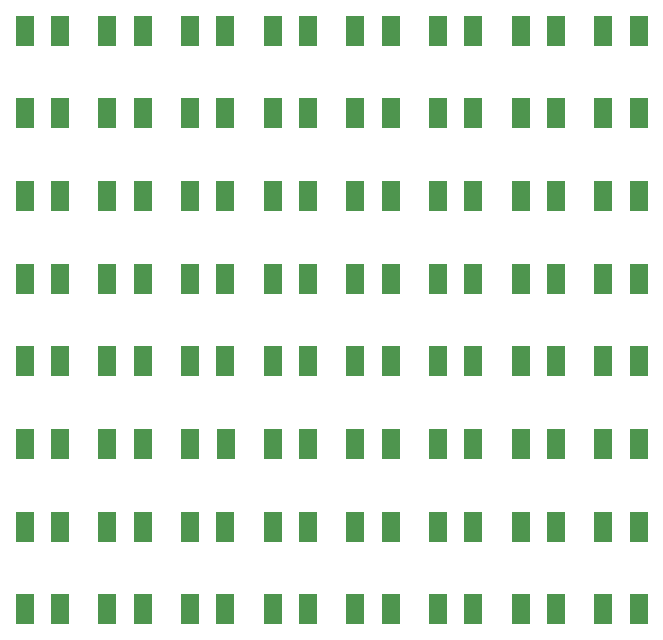
<source format=gbr>
%TF.GenerationSoftware,Altium Limited,Altium Designer,21.6.1 (37)*%
G04 Layer_Color=255*
%FSLAX43Y43*%
%MOMM*%
%TF.SameCoordinates,0B018110-BEA4-4537-A367-E08E1C829F5E*%
%TF.FilePolarity,Positive*%
%TF.FileFunction,Pads,Top*%
%TF.Part,Single*%
G01*
G75*
%TA.AperFunction,SMDPad,CuDef*%
%ADD10R,1.500X2.600*%
D10*
X32500Y10000D02*
D03*
X29500D02*
D03*
X1500Y52000D02*
D03*
X4500D02*
D03*
X11500D02*
D03*
X8500D02*
D03*
X15500D02*
D03*
X18500D02*
D03*
X25500D02*
D03*
X22500D02*
D03*
X29500D02*
D03*
X32500D02*
D03*
X39500D02*
D03*
X36500D02*
D03*
X43500D02*
D03*
X46500D02*
D03*
X53500D02*
D03*
X50500D02*
D03*
X1500Y45000D02*
D03*
X4500D02*
D03*
X11500D02*
D03*
X8500D02*
D03*
X15500D02*
D03*
X18500D02*
D03*
X25500D02*
D03*
X22500D02*
D03*
X29500D02*
D03*
X32500D02*
D03*
X39500D02*
D03*
X36500D02*
D03*
X43500D02*
D03*
X46500D02*
D03*
X53500D02*
D03*
X50500D02*
D03*
X1500Y38000D02*
D03*
X4500D02*
D03*
X11500D02*
D03*
X8500D02*
D03*
X15500D02*
D03*
X18500D02*
D03*
X25500D02*
D03*
X22500D02*
D03*
X29500D02*
D03*
X32500D02*
D03*
X39500D02*
D03*
X36500D02*
D03*
X43500D02*
D03*
X46500D02*
D03*
X53500D02*
D03*
X50500D02*
D03*
X1500Y31000D02*
D03*
X4500D02*
D03*
X11500D02*
D03*
X8500D02*
D03*
X15500D02*
D03*
X18500D02*
D03*
X25500D02*
D03*
X22500D02*
D03*
X29500D02*
D03*
X32500D02*
D03*
X39500D02*
D03*
X36500D02*
D03*
X43500D02*
D03*
X46500D02*
D03*
X53500D02*
D03*
X50500D02*
D03*
X1500Y24000D02*
D03*
X4500D02*
D03*
X11500D02*
D03*
X8500D02*
D03*
X15500D02*
D03*
X18500D02*
D03*
X25500D02*
D03*
X22500D02*
D03*
X29500D02*
D03*
X32500D02*
D03*
X39500D02*
D03*
X36500D02*
D03*
X43500D02*
D03*
X46500D02*
D03*
X53500D02*
D03*
X50500D02*
D03*
X1500Y17000D02*
D03*
X4500D02*
D03*
X11500D02*
D03*
X8500D02*
D03*
X15530Y17021D02*
D03*
X18530D02*
D03*
X25500Y17000D02*
D03*
X22500D02*
D03*
X29500D02*
D03*
X32500D02*
D03*
X39500D02*
D03*
X36500D02*
D03*
X43500D02*
D03*
X46500D02*
D03*
X53500D02*
D03*
X50500D02*
D03*
X1500Y10000D02*
D03*
X4500D02*
D03*
X11500D02*
D03*
X8500D02*
D03*
X15500D02*
D03*
X18500D02*
D03*
X25500D02*
D03*
X22500D02*
D03*
X39500D02*
D03*
X36500D02*
D03*
X43500D02*
D03*
X46500D02*
D03*
X53500D02*
D03*
X50500D02*
D03*
X1500Y3000D02*
D03*
X4500D02*
D03*
X11500D02*
D03*
X8500D02*
D03*
X15500D02*
D03*
X18500D02*
D03*
X25500D02*
D03*
X22500D02*
D03*
X29500D02*
D03*
X32500D02*
D03*
X39500D02*
D03*
X36500D02*
D03*
X43500D02*
D03*
X46500D02*
D03*
X53500D02*
D03*
X50500D02*
D03*
%TF.MD5,9b2362a140eb298a910ae4113a6b63ae*%
M02*

</source>
